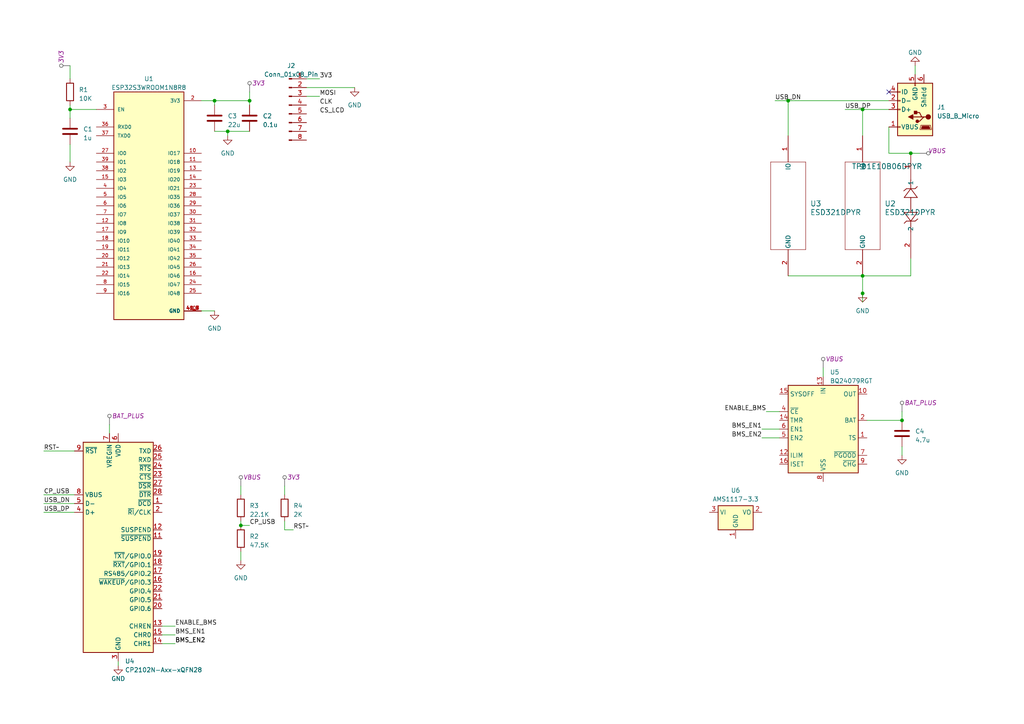
<source format=kicad_sch>
(kicad_sch (version 20230121) (generator eeschema)
  (paper "A4")
  (lib_symbols
    (symbol "2023-07-27_21-37-44:ESD321DPYR" (pin_names (offset 0.254))
      (property "Reference" "U" (at 20.32 10.16 0))
      (property "Value" "ESD321DPYR" (at 20.32 7.62 0))
      (symbol "ESD321DPYR_0_1"
        (polyline (pts (xy 7.62 -5.08) (xy 33.02 -5.08)) (stroke (width 0.127)))
        (polyline (pts (xy 7.62 5.08) (xy 7.62 -5.08)) (stroke (width 0.127)))
        (polyline (pts (xy 33.02 -5.08) (xy 33.02 5.08)) (stroke (width 0.127)))
        (polyline (pts (xy 33.02 5.08) (xy 7.62 5.08)) (stroke (width 0.127)))
        (pin bidirectional line (at 0 0 0) (length 7.62) (name "IO") (number "1"))
        (pin power_in line (at 40.64 0 180) (length 7.62) (name "GND") (number "2"))
      )
    )
    (symbol "2023-07-28_15-11-32:TPD1E10B06DPYR" (pin_names (offset 0.254))
      (property "Reference" "1" (at 3.81 -14.605 90))
      (property "Value" "TPD1E10B06DPYR" (at 3.81 -17.145 90))
      (symbol "TPD1E10B06DPYR_0_1"
        (polyline (pts (xy 7.62 0) (xy 10.287 0)) (stroke (width 0.2032)))
        (polyline (pts (xy 9.652 1.905) (xy 10.287 1.27)) (stroke (width 0.2032)))
        (polyline (pts (xy 10.287 0) (xy 12.827 -1.905)) (stroke (width 0.2032)))
        (polyline (pts (xy 10.287 1.27) (xy 10.287 -1.27)) (stroke (width 0.2032)))
        (polyline (pts (xy 10.922 -2.032) (xy 10.287 -1.27)) (stroke (width 0.2032)))
        (polyline (pts (xy 12.827 -1.905) (xy 12.827 1.905)) (stroke (width 0.2032)))
        (polyline (pts (xy 12.827 1.905) (xy 10.287 0)) (stroke (width 0.2032)))
        (polyline (pts (xy 17.018 0) (xy 12.827 0)) (stroke (width 0.2032)))
        (polyline (pts (xy 17.145 -1.905) (xy 19.685 0)) (stroke (width 0.2032)))
        (polyline (pts (xy 17.145 1.905) (xy 17.145 -1.905)) (stroke (width 0.2032)))
        (polyline (pts (xy 19.05 2.032) (xy 19.685 1.27)) (stroke (width 0.2032)))
        (polyline (pts (xy 19.685 -1.27) (xy 19.685 1.27)) (stroke (width 0.2032)))
        (polyline (pts (xy 19.685 0) (xy 17.145 1.905)) (stroke (width 0.2032)))
        (polyline (pts (xy 19.685 0) (xy 22.86 0)) (stroke (width 0.2032)))
        (polyline (pts (xy 20.32 -1.905) (xy 19.685 -1.27)) (stroke (width 0.2032)))
        (pin unspecified line (at 0 0 0) (length 7.62) (name "1") (number "1"))
        (pin unspecified line (at 30.48 0 180) (length 7.62) (name "2") (number "2"))
      )
    )
    (symbol "Battery_Management:BQ24079RGT"
      (property "Reference" "U" (at -8.89 13.97 0))
      (property "Value" "BQ24079RGT" (at 16.51 13.97 0))
      (symbol "BQ24079RGT_0_1"
        (rectangle (start -10.16 12.7) (end 10.16 -12.7) (stroke (width 0.254)) (fill (type background)))
      )
      (symbol "BQ24079RGT_1_1"
        (pin passive line (at 12.7 -2.54 180) (length 2.54) (name "TS") (number "1"))
        (pin power_out line (at 12.7 10.16 180) (length 2.54) (name "OUT") (number "10"))
        (pin passive line (at 12.7 10.16 180) (length 2.54) hide (name "OUT") (number "11"))
        (pin passive line (at -12.7 -7.62 0) (length 2.54) (name "ILIM") (number "12"))
        (pin power_in line (at 0 15.24 270) (length 2.54) (name "IN") (number "13"))
        (pin input line (at -12.7 2.54 0) (length 2.54) (name "TMR") (number "14"))
        (pin input line (at -12.7 10.16 0) (length 2.54) (name "SYSOFF") (number "15"))
        (pin passive line (at -12.7 -10.16 0) (length 2.54) (name "ISET") (number "16"))
        (pin passive line (at 0 -15.24 90) (length 2.54) hide (name "VSS") (number "17"))
        (pin power_out line (at 12.7 2.54 180) (length 2.54) (name "BAT") (number "2"))
        (pin passive line (at 12.7 2.54 180) (length 2.54) hide (name "BAT") (number "3"))
        (pin input line (at -12.7 5.08 0) (length 2.54) (name "~{CE}") (number "4"))
        (pin input line (at -12.7 -2.54 0) (length 2.54) (name "EN2") (number "5"))
        (pin input line (at -12.7 0 0) (length 2.54) (name "EN1") (number "6"))
        (pin open_collector line (at 12.7 -7.62 180) (length 2.54) (name "~{PGOOD}") (number "7"))
        (pin power_in line (at 0 -15.24 90) (length 2.54) (name "VSS") (number "8"))
        (pin open_collector line (at 12.7 -10.16 180) (length 2.54) (name "~{CHG}") (number "9"))
      )
    )
    (symbol "Connector:Conn_01x08_Pin" (pin_names (offset 1.016) hide)
      (property "Reference" "J" (at 0 10.16 0))
      (property "Value" "Conn_01x08_Pin" (at 0 -12.7 0))
      (symbol "Conn_01x08_Pin_1_1"
        (polyline (pts (xy 1.27 -10.16) (xy 0.8636 -10.16)) (stroke (width 0.1524)))
        (polyline (pts (xy 1.27 -7.62) (xy 0.8636 -7.62)) (stroke (width 0.1524)))
        (polyline (pts (xy 1.27 -5.08) (xy 0.8636 -5.08)) (stroke (width 0.1524)))
        (polyline (pts (xy 1.27 -2.54) (xy 0.8636 -2.54)) (stroke (width 0.1524)))
        (polyline (pts (xy 1.27 0) (xy 0.8636 0)) (stroke (width 0.1524)))
        (polyline (pts (xy 1.27 2.54) (xy 0.8636 2.54)) (stroke (width 0.1524)))
        (polyline (pts (xy 1.27 5.08) (xy 0.8636 5.08)) (stroke (width 0.1524)))
        (polyline (pts (xy 1.27 7.62) (xy 0.8636 7.62)) (stroke (width 0.1524)))
        (rectangle (start 0.8636 -10.033) (end 0 -10.287) (stroke (width 0.1524)) (fill (type outline)))
        (rectangle (start 0.8636 -7.493) (end 0 -7.747) (stroke (width 0.1524)) (fill (type outline)))
        (rectangle (start 0.8636 -4.953) (end 0 -5.207) (stroke (width 0.1524)) (fill (type outline)))
        (rectangle (start 0.8636 -2.413) (end 0 -2.667) (stroke (width 0.1524)) (fill (type outline)))
        (rectangle (start 0.8636 0.127) (end 0 -0.127) (stroke (width 0.1524)) (fill (type outline)))
        (rectangle (start 0.8636 2.667) (end 0 2.413) (stroke (width 0.1524)) (fill (type outline)))
        (rectangle (start 0.8636 5.207) (end 0 4.953) (stroke (width 0.1524)) (fill (type outline)))
        (rectangle (start 0.8636 7.747) (end 0 7.493) (stroke (width 0.1524)) (fill (type outline)))
        (pin passive line (at 5.08 7.62 180) (length 3.81) (name "Pin_1") (number "1"))
        (pin passive line (at 5.08 5.08 180) (length 3.81) (name "Pin_2") (number "2"))
        (pin passive line (at 5.08 2.54 180) (length 3.81) (name "Pin_3") (number "3"))
        (pin passive line (at 5.08 0 180) (length 3.81) (name "Pin_4") (number "4"))
        (pin passive line (at 5.08 -2.54 180) (length 3.81) (name "Pin_5") (number "5"))
        (pin passive line (at 5.08 -5.08 180) (length 3.81) (name "Pin_6") (number "6"))
        (pin passive line (at 5.08 -7.62 180) (length 3.81) (name "Pin_7") (number "7"))
        (pin passive line (at 5.08 -10.16 180) (length 3.81) (name "Pin_8") (number "8"))
      )
    )
    (symbol "Connector:USB_B_Micro" (pin_names (offset 1.016))
      (property "Reference" "J" (at -5.08 11.43 0))
      (property "Value" "USB_B_Micro" (at -5.08 8.89 0))
      (symbol "USB_B_Micro_0_1"
        (rectangle (start -5.08 -7.62) (end 5.08 7.62) (stroke (width 0.254)) (fill (type background)))
        (circle (center -3.81 2.159) (radius 0.635) (stroke (width 0.254)) (fill (type outline)))
        (circle (center -0.635 3.429) (radius 0.381) (stroke (width 0.254)) (fill (type outline)))
        (rectangle (start -0.127 -7.62) (end 0.127 -6.858))
        (polyline (pts (xy -1.905 2.159) (xy 0.635 2.159)) (stroke (width 0.254)))
        (polyline (pts (xy -3.175 2.159) (xy -2.54 2.159) (xy -1.27 3.429) (xy -0.635 3.429)) (stroke (width 0.254)))
        (polyline (pts (xy -2.54 2.159) (xy -1.905 2.159) (xy -1.27 0.889) (xy 0 0.889)) (stroke (width 0.254)))
        (polyline (pts (xy 0.635 2.794) (xy 0.635 1.524) (xy 1.905 2.159) (xy 0.635 2.794)) (stroke (width 0.254)) (fill (type outline)))
        (polyline (pts (xy -4.318 5.588) (xy -1.778 5.588) (xy -2.032 4.826) (xy -4.064 4.826) (xy -4.318 5.588)) (fill (type outline)))
        (polyline (pts (xy -4.699 5.842) (xy -4.699 5.588) (xy -4.445 4.826) (xy -4.445 4.572) (xy -1.651 4.572) (xy -1.651 4.826) (xy -1.397 5.588) (xy -1.397 5.842) (xy -4.699 5.842)))
        (rectangle (start 0.254 1.27) (end -0.508 0.508) (stroke (width 0.254)) (fill (type outline)))
        (rectangle (start 5.08 -5.207) (end 4.318 -4.953))
        (rectangle (start 5.08 -2.667) (end 4.318 -2.413))
        (rectangle (start 5.08 -0.127) (end 4.318 0.127))
        (rectangle (start 5.08 4.953) (end 4.318 5.207))
      )
      (symbol "USB_B_Micro_1_1"
        (pin power_out line (at 7.62 5.08 180) (length 2.54) (name "VBUS") (number "1"))
        (pin bidirectional line (at 7.62 -2.54 180) (length 2.54) (name "D-") (number "2"))
        (pin bidirectional line (at 7.62 0 180) (length 2.54) (name "D+") (number "3"))
        (pin passive line (at 7.62 -5.08 180) (length 2.54) (name "ID") (number "4"))
        (pin power_out line (at 0 -10.16 90) (length 2.54) (name "GND") (number "5"))
        (pin passive line (at -2.54 -10.16 90) (length 2.54) (name "Shield") (number "6"))
      )
    )
    (symbol "Device:C" (pin_numbers hide) (pin_names (offset 0.254))
      (property "Reference" "C" (at 0.635 2.54 0))
      (property "Value" "C" (at 0.635 -2.54 0))
      (symbol "C_0_1"
        (polyline (pts (xy -2.032 -0.762) (xy 2.032 -0.762)) (stroke (width 0.508)))
        (polyline (pts (xy -2.032 0.762) (xy 2.032 0.762)) (stroke (width 0.508)))
      )
      (symbol "C_1_1"
        (pin passive line (at 0 3.81 270) (length 2.794) (name "~") (number "1"))
        (pin passive line (at 0 -3.81 90) (length 2.794) (name "~") (number "2"))
      )
    )
    (symbol "Device:R" (pin_numbers hide) (pin_names (offset 0))
      (property "Reference" "R" (at 2.032 0 90))
      (property "Value" "R" (at 0 0 90))
      (symbol "R_0_1"
        (rectangle (start -1.016 -2.54) (end 1.016 2.54) (stroke (width 0.254)))
      )
      (symbol "R_1_1"
        (pin passive line (at 0 3.81 270) (length 1.27) (name "~") (number "1"))
        (pin passive line (at 0 -3.81 90) (length 1.27) (name "~") (number "2"))
      )
    )
    (symbol "ESP32S3WROOM1N8R8:ESP32S3WROOM1N8R8" (pin_names (offset 1.016))
      (property "Reference" "U" (at -10.16 34.1122 0))
      (property "Value" "ESP32S3WROOM1N8R8" (at -10.16 -35.56 0))
      (symbol "ESP32S3WROOM1N8R8_0_0"
        (rectangle (start -10.16 -33.02) (end 10.16 33.02) (stroke (width 0.254)) (fill (type background)))
        (pin power_in line (at 15.24 -30.48 180) (length 5.08) (name "GND") (number "1"))
        (pin bidirectional line (at 15.24 15.24 180) (length 5.08) (name "IO17") (number "10"))
        (pin bidirectional line (at 15.24 12.7 180) (length 5.08) (name "IO18") (number "11"))
        (pin bidirectional line (at -15.24 -5.08 0) (length 5.08) (name "IO8") (number "12"))
        (pin bidirectional line (at 15.24 10.16 180) (length 5.08) (name "IO19") (number "13"))
        (pin bidirectional line (at 15.24 7.62 180) (length 5.08) (name "IO20") (number "14"))
        (pin bidirectional line (at -15.24 7.62 0) (length 5.08) (name "IO3") (number "15"))
        (pin bidirectional line (at 15.24 -20.32 180) (length 5.08) (name "IO46") (number "16"))
        (pin bidirectional line (at -15.24 -7.62 0) (length 5.08) (name "IO9") (number "17"))
        (pin bidirectional line (at -15.24 -10.16 0) (length 5.08) (name "IO10") (number "18"))
        (pin bidirectional line (at -15.24 -12.7 0) (length 5.08) (name "IO11") (number "19"))
        (pin power_in line (at 15.24 30.48 180) (length 5.08) (name "3V3") (number "2"))
        (pin bidirectional line (at -15.24 -15.24 0) (length 5.08) (name "IO12") (number "20"))
        (pin bidirectional line (at -15.24 -17.78 0) (length 5.08) (name "IO13") (number "21"))
        (pin bidirectional line (at -15.24 -20.32 0) (length 5.08) (name "IO14") (number "22"))
        (pin bidirectional line (at 15.24 5.08 180) (length 5.08) (name "IO21") (number "23"))
        (pin bidirectional line (at 15.24 -22.86 180) (length 5.08) (name "IO47") (number "24"))
        (pin bidirectional line (at 15.24 -25.4 180) (length 5.08) (name "IO48") (number "25"))
        (pin bidirectional line (at 15.24 -17.78 180) (length 5.08) (name "IO45") (number "26"))
        (pin bidirectional line (at -15.24 15.24 0) (length 5.08) (name "IO0") (number "27"))
        (pin bidirectional line (at 15.24 2.54 180) (length 5.08) (name "IO35") (number "28"))
        (pin bidirectional line (at 15.24 0 180) (length 5.08) (name "IO36") (number "29"))
        (pin input line (at -15.24 27.94 0) (length 5.08) (name "EN") (number "3"))
        (pin bidirectional line (at 15.24 -2.54 180) (length 5.08) (name "IO37") (number "30"))
        (pin bidirectional line (at 15.24 -5.08 180) (length 5.08) (name "IO38") (number "31"))
        (pin bidirectional line (at 15.24 -7.62 180) (length 5.08) (name "IO39") (number "32"))
        (pin bidirectional line (at 15.24 -10.16 180) (length 5.08) (name "IO40") (number "33"))
        (pin bidirectional line (at 15.24 -12.7 180) (length 5.08) (name "IO41") (number "34"))
        (pin bidirectional line (at 15.24 -15.24 180) (length 5.08) (name "IO42") (number "35"))
        (pin bidirectional line (at -15.24 22.86 0) (length 5.08) (name "RXD0") (number "36"))
        (pin bidirectional line (at -15.24 20.32 0) (length 5.08) (name "TXD0") (number "37"))
        (pin bidirectional line (at -15.24 10.16 0) (length 5.08) (name "IO2") (number "38"))
        (pin bidirectional line (at -15.24 12.7 0) (length 5.08) (name "IO1") (number "39"))
        (pin bidirectional line (at -15.24 5.08 0) (length 5.08) (name "IO4") (number "4"))
        (pin power_in line (at 15.24 -30.48 180) (length 5.08) (name "GND") (number "40"))
        (pin power_in line (at 15.24 -30.48 180) (length 5.08) (name "GND") (number "41_1"))
        (pin power_in line (at 15.24 -30.48 180) (length 5.08) (name "GND") (number "41_2"))
        (pin power_in line (at 15.24 -30.48 180) (length 5.08) (name "GND") (number "41_3"))
        (pin power_in line (at 15.24 -30.48 180) (length 5.08) (name "GND") (number "41_4"))
        (pin power_in line (at 15.24 -30.48 180) (length 5.08) (name "GND") (number "41_5"))
        (pin power_in line (at 15.24 -30.48 180) (length 5.08) (name "GND") (number "41_6"))
        (pin power_in line (at 15.24 -30.48 180) (length 5.08) (name "GND") (number "41_7"))
        (pin power_in line (at 15.24 -30.48 180) (length 5.08) (name "GND") (number "41_8"))
        (pin power_in line (at 15.24 -30.48 180) (length 5.08) (name "GND") (number "41_9"))
        (pin bidirectional line (at -15.24 2.54 0) (length 5.08) (name "IO5") (number "5"))
        (pin bidirectional line (at -15.24 0 0) (length 5.08) (name "IO6") (number "6"))
        (pin bidirectional line (at -15.24 -2.54 0) (length 5.08) (name "IO7") (number "7"))
        (pin bidirectional line (at -15.24 -22.86 0) (length 5.08) (name "IO15") (number "8"))
        (pin bidirectional line (at -15.24 -25.4 0) (length 5.08) (name "IO16") (number "9"))
      )
    )
    (symbol "Interface_USB:CP2102N-Axx-xQFN28"
      (property "Reference" "U" (at -8.89 31.75 0))
      (property "Value" "CP2102N-Axx-xQFN28" (at 12.7 31.75 0))
      (symbol "CP2102N-Axx-xQFN28_0_1"
        (rectangle (start -10.16 30.48) (end 10.16 -30.48) (stroke (width 0.254)) (fill (type background)))
      )
      (symbol "CP2102N-Axx-xQFN28_1_1"
        (pin input line (at 12.7 12.7 180) (length 2.54) (name "~{DCD}") (number "1"))
        (pin no_connect line (at -10.16 -27.94 0) (length 2.54) hide (name "NC") (number "10"))
        (pin output line (at 12.7 2.54 180) (length 2.54) (name "~{SUSPEND}") (number "11"))
        (pin output line (at 12.7 5.08 180) (length 2.54) (name "SUSPEND") (number "12"))
        (pin output line (at 12.7 -22.86 180) (length 2.54) (name "CHREN") (number "13"))
        (pin output line (at 12.7 -27.94 180) (length 2.54) (name "CHR1") (number "14"))
        (pin output line (at 12.7 -25.4 180) (length 2.54) (name "CHR0") (number "15"))
        (pin bidirectional line (at 12.7 -10.16 180) (length 2.54) (name "~{WAKEUP}/GPIO.3") (number "16"))
        (pin bidirectional line (at 12.7 -7.62 180) (length 2.54) (name "RS485/GPIO.2") (number "17"))
        (pin bidirectional line (at 12.7 -5.08 180) (length 2.54) (name "~{RXT}/GPIO.1") (number "18"))
        (pin bidirectional line (at 12.7 -2.54 180) (length 2.54) (name "~{TXT}/GPIO.0") (number "19"))
        (pin bidirectional line (at 12.7 10.16 180) (length 2.54) (name "~{RI}/CLK") (number "2"))
        (pin bidirectional line (at 12.7 -17.78 180) (length 2.54) (name "GPIO.6") (number "20"))
        (pin bidirectional line (at 12.7 -15.24 180) (length 2.54) (name "GPIO.5") (number "21"))
        (pin bidirectional line (at 12.7 -12.7 180) (length 2.54) (name "GPIO.4") (number "22"))
        (pin input line (at 12.7 20.32 180) (length 2.54) (name "~{CTS}") (number "23"))
        (pin output line (at 12.7 22.86 180) (length 2.54) (name "~{RTS}") (number "24"))
        (pin input line (at 12.7 25.4 180) (length 2.54) (name "RXD") (number "25"))
        (pin output line (at 12.7 27.94 180) (length 2.54) (name "TXD") (number "26"))
        (pin input line (at 12.7 17.78 180) (length 2.54) (name "~{DSR}") (number "27"))
        (pin output line (at 12.7 15.24 180) (length 2.54) (name "~{DTR}") (number "28"))
        (pin passive line (at 0 -33.02 90) (length 2.54) hide (name "GND") (number "29"))
        (pin power_in line (at 0 -33.02 90) (length 2.54) (name "GND") (number "3"))
        (pin bidirectional line (at -12.7 10.16 0) (length 2.54) (name "D+") (number "4"))
        (pin bidirectional line (at -12.7 12.7 0) (length 2.54) (name "D-") (number "5"))
        (pin power_in line (at 0 33.02 270) (length 2.54) (name "VDD") (number "6"))
        (pin power_in line (at -2.54 33.02 270) (length 2.54) (name "VREGIN") (number "7"))
        (pin input line (at -12.7 15.24 0) (length 2.54) (name "VBUS") (number "8"))
        (pin input line (at -12.7 27.94 0) (length 2.54) (name "~{RST}") (number "9"))
      )
    )
    (symbol "Regulator_Linear:AMS1117-3.3"
      (property "Reference" "U" (at -3.81 3.175 0))
      (property "Value" "AMS1117-3.3" (at 0 3.175 0))
      (symbol "AMS1117-3.3_0_1"
        (rectangle (start -5.08 -5.08) (end 5.08 1.905) (stroke (width 0.254)) (fill (type background)))
      )
      (symbol "AMS1117-3.3_1_1"
        (pin power_in line (at 0 -7.62 90) (length 2.54) (name "GND") (number "1"))
        (pin power_out line (at 7.62 0 180) (length 2.54) (name "VO") (number "2"))
        (pin power_in line (at -7.62 0 0) (length 2.54) (name "VI") (number "3"))
      )
    )
    (symbol "power:GND" (power) (pin_names (offset 0))
      (property "Value" "GND" (at 0 -3.81 0))
      (symbol "GND_0_1"
        (polyline (pts (xy 0 0) (xy 0 -1.27) (xy 1.27 -1.27) (xy 0 -2.54) (xy -1.27 -1.27) (xy 0 -1.27)))
      )
      (symbol "GND_1_1"
        (pin power_in line (at 0 0 270) (length 0) hide (name "GND") (number "1"))
      )
    )
  )
  (junction (at 250.19 31.75))
  (junction (at 20.32 31.75))
  (junction (at 250.19 85.09))
  (junction (at 264.16 44.45))
  (junction (at 62.23 29.21))
  (junction (at 250.19 80.01))
  (junction (at 261.62 121.92))
  (junction (at 69.85 152.4))
  (junction (at 72.39 29.21))
  (junction (at 228.6 29.21))
  (junction (at 66.04 38.1))
  (no_connect (at 257.81 26.67))
  (wire (pts (xy 264.16 74.93) (xy 264.16 80.01)))
  (wire (pts (xy 88.9 25.4) (xy 102.87 25.4)))
  (wire (pts (xy 12.7 146.05) (xy 21.59 146.05)))
  (wire (pts (xy 58.42 90.17) (xy 62.23 90.17)))
  (wire (pts (xy 257.81 31.75) (xy 250.19 31.75)))
  (wire (pts (xy 69.85 140.97) (xy 69.85 143.51)))
  (wire (pts (xy 88.9 27.94) (xy 92.71 27.94)))
  (wire (pts (xy 257.81 29.21) (xy 228.6 29.21)))
  (wire (pts (xy 69.85 160.02) (xy 69.85 162.56)))
  (wire (pts (xy 220.98 127) (xy 226.06 127)))
  (wire (pts (xy 257.81 36.83) (xy 257.81 44.45)))
  (wire (pts (xy 62.23 38.1) (xy 66.04 38.1)))
  (wire (pts (xy 228.6 80.01) (xy 250.19 80.01)))
  (wire (pts (xy 82.55 153.67) (xy 85.09 153.67)))
  (wire (pts (xy 250.19 85.09) (xy 250.19 87.63)))
  (wire (pts (xy 20.32 41.91) (xy 20.32 46.99)))
  (wire (pts (xy 20.32 31.75) (xy 20.32 34.29)))
  (wire (pts (xy 264.16 44.45) (xy 266.7 44.45)))
  (wire (pts (xy 72.39 29.21) (xy 62.23 29.21)))
  (wire (pts (xy 261.62 129.54) (xy 261.62 132.08)))
  (wire (pts (xy 69.85 152.4) (xy 72.39 152.4)))
  (wire (pts (xy 62.23 29.21) (xy 62.23 30.48)))
  (wire (pts (xy 82.55 140.97) (xy 82.55 143.51)))
  (wire (pts (xy 220.98 124.46) (xy 226.06 124.46)))
  (wire (pts (xy 12.7 143.51) (xy 21.59 143.51)))
  (wire (pts (xy 250.19 31.75) (xy 250.19 39.37)))
  (wire (pts (xy 46.99 184.15) (xy 50.8 184.15)))
  (wire (pts (xy 257.81 44.45) (xy 264.16 44.45)))
  (wire (pts (xy 88.9 22.86) (xy 92.71 22.86)))
  (wire (pts (xy 46.99 181.61) (xy 50.8 181.61)))
  (wire (pts (xy 265.43 19.05) (xy 265.43 21.59)))
  (wire (pts (xy 245.11 31.75) (xy 250.19 31.75)))
  (wire (pts (xy 12.7 130.81) (xy 21.59 130.81)))
  (wire (pts (xy 66.04 38.1) (xy 72.39 38.1)))
  (wire (pts (xy 228.6 29.21) (xy 228.6 39.37)))
  (wire (pts (xy 62.23 29.21) (xy 58.42 29.21)))
  (wire (pts (xy 46.99 186.69) (xy 50.8 186.69)))
  (wire (pts (xy 12.7 148.59) (xy 21.59 148.59)))
  (wire (pts (xy 82.55 151.13) (xy 82.55 153.67)))
  (wire (pts (xy 34.29 191.77) (xy 34.29 193.04)))
  (wire (pts (xy 66.04 38.1) (xy 66.04 39.37)))
  (wire (pts (xy 224.79 29.21) (xy 228.6 29.21)))
  (wire (pts (xy 69.85 151.13) (xy 69.85 152.4)))
  (wire (pts (xy 20.32 31.75) (xy 27.94 31.75)))
  (wire (pts (xy 251.46 121.92) (xy 261.62 121.92)))
  (wire (pts (xy 264.16 80.01) (xy 250.19 80.01)))
  (wire (pts (xy 31.75 123.19) (xy 31.75 125.73)))
  (wire (pts (xy 261.62 119.38) (xy 261.62 121.92)))
  (wire (pts (xy 72.39 26.67) (xy 72.39 29.21)))
  (wire (pts (xy 222.25 119.38) (xy 226.06 119.38)))
  (wire (pts (xy 20.32 30.48) (xy 20.32 31.75)))
  (wire (pts (xy 250.19 80.01) (xy 250.19 85.09)))
  (wire (pts (xy 238.76 106.68) (xy 238.76 109.22)))
  (wire (pts (xy 20.32 19.05) (xy 20.32 22.86)))
  (wire (pts (xy 72.39 30.48) (xy 72.39 29.21)))
  (label "BMS_EN1" (at 50.8 184.15 0))
  (label "USB_DN" (at 224.79 29.21 0))
  (label "BMS_EN1" (at 220.98 124.46 180))
  (label "CP_USB" (at 12.7 143.51 0))
  (label "RST~" (at 85.09 153.67 0))
  (label "MOSI" (at 92.71 27.94 0))
  (label "USB_DP" (at 12.7 148.59 0))
  (label "BMS_EN2" (at 50.8 186.69 0))
  (label "USB_DP" (at 245.11 31.75 0))
  (label "3V3" (at 92.71 22.86 0))
  (label "BMS_EN2" (at 220.98 127 180))
  (label "CLK" (at 92.71 30.48 0))
  (label "BMS_EN2" (at 50.8 186.69 0))
  (label "CP_USB" (at 72.39 152.4 0))
  (label "USB_DN" (at 12.7 146.05 0))
  (label "CS_LCD" (at 92.71 33.02 0))
  (label "ENABLE_BMS" (at 222.25 119.38 180))
  (label "RST~" (at 12.7 130.81 0))
  (label "ENABLE_BMS" (at 50.8 181.61 0))
  (netclass_flag "" (length 2.54) (shape round) (at 72.39 26.67 0) (property "Netclass" "3V3" (at 73.0885 24.13 0) (effects (font italic) (justify left))))
  (netclass_flag "" (length 2.54) (shape round) (at 238.76 106.68 0) (property "Netclass" "VBUS" (at 239.4585 104.14 0) (effects (font italic) (justify left))))
  (netclass_flag "" (length 2.54) (shape round) (at 31.75 123.19 0) (property "Netclass" "BAT_PLUS" (at 32.4485 120.65 0) (effects (font italic) (justify left))))
  (netclass_flag "" (length 2.54) (shape round) (at 69.85 140.97 0) (property "Netclass" "VBUS" (at 70.5485 138.43 0) (effects (font italic) (justify left))))
  (netclass_flag "" (length 2.54) (shape round) (at 266.7 44.45 270) (property "Netclass" "VBUS" (at 269.24 43.7515 0) (effects (font italic) (justify left))))
  (netclass_flag "" (length 2.54) (shape round) (at 20.32 19.05 90) (property "Netclass" "3V3" (at 17.78 18.3515 90) (effects (font italic) (justify left))))
  (netclass_flag "" (length 2.54) (shape round) (at 261.62 119.38 0) (property "Netclass" "BAT_PLUS" (at 262.3185 116.84 0) (effects (font italic) (justify left))))
  (netclass_flag "" (length 2.54) (shape round) (at 82.55 140.97 0) (property "Netclass" "3V3" (at 83.2485 138.43 0) (effects (font italic) (justify left))))
  (symbol (lib_id "Device:R") (at 82.55 147.32 0) (unit 1)
    (property "Reference" "R4" (at 85.09 146.685 0) (effects (justify left)))
    (property "Value" "2K" (at 85.09 149.225 0) (effects (justify left)))
  )
  (symbol (lib_id "2023-07-27_21-37-44:ESD321DPYR") (at 228.6 39.37 270) (unit 1)
    (property "Reference" "U3" (at 234.95 59.055 90) (effects (font (size 1.524 1.524)) (justify left)))
    (property "Value" "ESD321DPYR" (at 234.95 61.595 90) (effects (font (size 1.524 1.524)) (justify left)))
    (property "Footprint" "DPY2_TEX" (effects hide))
    (property "Datasheet" "ESD321DPYR" (effects hide))
  )
  (symbol (lib_id "power:GND") (at 261.62 132.08 0) (unit 1)
    (property "Reference" "#PWR06" (effects hide))
    (property "Value" "GND" (at 261.62 137.16 0))
  )
  (symbol (lib_id "Connector:Conn_01x08_Pin") (at 83.82 30.48 0) (unit 1)
    (property "Reference" "J2" (at 84.455 19.05 0))
    (property "Value" "Conn_01x08_Pin" (at 84.455 21.59 0))
  )
  (symbol (lib_id "Device:R") (at 69.85 156.21 0) (unit 1)
    (property "Reference" "R2" (at 72.39 155.575 0) (effects (justify left)))
    (property "Value" "47.5K" (at 72.39 158.115 0) (effects (justify left)))
  )
  (symbol (lib_id "power:GND") (at 102.87 25.4 0) (unit 1)
    (property "Reference" "#PWR09" (effects hide))
    (property "Value" "GND" (at 102.87 30.48 0))
  )
  (symbol (lib_id "power:GND") (at 20.32 46.99 0) (unit 1)
    (property "Reference" "#PWR01" (effects hide))
    (property "Value" "GND" (at 20.32 52.07 0))
  )
  (symbol (lib_id "2023-07-27_21-37-44:ESD321DPYR") (at 250.19 39.37 270) (unit 1)
    (property "Reference" "U2" (at 256.54 59.055 90) (effects (font (size 1.524 1.524)) (justify left)))
    (property "Value" "ESD321DPYR" (at 256.54 61.595 90) (effects (font (size 1.524 1.524)) (justify left)))
    (property "Footprint" "DPY2_TEX" (effects hide))
    (property "Datasheet" "ESD321DPYR" (effects hide))
  )
  (symbol (lib_id "Interface_USB:CP2102N-Axx-xQFN28") (at 34.29 158.75 0) (unit 1)
    (property "Reference" "U4" (at 36.2459 191.77 0) (effects (justify left)))
    (property "Value" "CP2102N-Axx-xQFN28" (at 36.2459 194.31 0) (effects (justify left)))
    (property "Footprint" "Package_DFN_QFN:QFN-28-1EP_5x5mm_P0.5mm_EP3.35x3.35mm" (effects hide))
    (property "Datasheet" "https://www.silabs.com/documents/public/data-sheets/cp2102n-datasheet.pdf" (effects hide))
  )
  (symbol (lib_id "Battery_Management:BQ24079RGT") (at 238.76 124.46 0) (unit 1)
    (property "Reference" "U5" (at 240.7159 107.95 0) (effects (justify left)))
    (property "Value" "BQ24079RGT" (at 240.7159 110.49 0) (effects (justify left)))
    (property "Footprint" "Package_DFN_QFN:VQFN-16-1EP_3x3mm_P0.5mm_EP1.6x1.6mm" (effects hide))
    (property "Datasheet" "http://www.ti.com/lit/ds/symlink/bq24079.pdf" (effects hide))
  )
  (symbol (lib_id "power:GND") (at 34.29 193.04 0) (unit 1)
    (property "Reference" "#PWR04" (effects hide))
    (property "Value" "GND" (at 34.29 196.85 0))
  )
  (symbol (lib_id "Connector:USB_B_Micro") (at 265.43 31.75 180) (unit 1)
    (property "Reference" "J1" (at 271.78 31.115 0) (effects (justify right)))
    (property "Value" "USB_B_Micro" (at 271.78 33.655 0) (effects (justify right)))
  )
  (symbol (lib_id "Device:C") (at 62.23 34.29 0) (unit 1)
    (property "Reference" "C3" (at 66.04 33.655 0) (effects (justify left)))
    (property "Value" "22u" (at 66.04 36.195 0) (effects (justify left)))
  )
  (symbol (lib_id "power:GND") (at 66.04 39.37 0) (unit 1)
    (property "Reference" "#PWR02" (effects hide))
    (property "Value" "GND" (at 66.04 44.45 0))
  )
  (symbol (lib_id "power:GND") (at 250.19 85.09 0) (unit 1)
    (property "Reference" "#PWR08" (effects hide))
    (property "Value" "GND" (at 250.19 90.17 0))
  )
  (symbol (lib_id "2023-07-28_15-11-32:TPD1E10B06DPYR") (at 264.16 44.45 270) (unit 1)
    (property "Reference" "1" (at 249.555 48.26 90) (effects (font (size 1.524 1.524)) (justify left)))
    (property "Value" "TPD1E10B06DPYR" (at 247.015 48.26 90) (effects (font (size 1.524 1.524)) (justify left)))
    (property "Datasheet" "TPD1E10B06DPYR" (effects hide))
  )
  (symbol (lib_id "Device:C") (at 261.62 125.73 0) (unit 1)
    (property "Reference" "C4" (at 265.43 125.095 0) (effects (justify left)))
    (property "Value" "4.7u" (at 265.43 127.635 0) (effects (justify left)))
  )
  (symbol (lib_id "Device:R") (at 20.32 26.67 0) (unit 1)
    (property "Reference" "R1" (at 22.86 26.035 0) (effects (justify left)))
    (property "Value" "10K" (at 22.86 28.575 0) (effects (justify left)))
  )
  (symbol (lib_id "Device:R") (at 69.85 147.32 0) (unit 1)
    (property "Reference" "R3" (at 72.39 146.685 0) (effects (justify left)))
    (property "Value" "22.1K" (at 72.39 149.225 0) (effects (justify left)))
  )
  (symbol (lib_id "power:GND") (at 62.23 90.17 0) (unit 1)
    (property "Reference" "#PWR03" (effects hide))
    (property "Value" "GND" (at 62.23 95.25 0))
  )
  (symbol (lib_id "power:GND") (at 265.43 19.05 180) (unit 1)
    (property "Reference" "#PWR07" (effects hide))
    (property "Value" "GND" (at 265.43 15.24 0))
  )
  (symbol (lib_id "power:GND") (at 69.85 162.56 0) (unit 1)
    (property "Reference" "#PWR05" (effects hide))
    (property "Value" "GND" (at 69.85 167.64 0))
  )
  (symbol (lib_id "Device:C") (at 20.32 38.1 0) (unit 1)
    (property "Reference" "C1" (at 24.13 37.465 0) (effects (justify left)))
    (property "Value" "1u" (at 24.13 40.005 0) (effects (justify left)))
  )
  (symbol (lib_id "Regulator_Linear:AMS1117-3.3") (at 213.36 148.59 0) (unit 1)
    (property "Reference" "U6" (at 213.36 142.24 0))
    (property "Value" "AMS1117-3.3" (at 213.36 144.78 0))
    (property "Footprint" "Package_TO_SOT_SMD:SOT-223-3_TabPin2" (effects hide))
    (property "Datasheet" "http://www.advanced-monolithic.com/pdf/ds1117.pdf" (effects hide))
  )
  (symbol (lib_id "ESP32S3WROOM1N8R8:ESP32S3WROOM1N8R8") (at 43.18 59.69 0) (unit 1)
    (property "Reference" "U1" (at 43.18 22.86 0))
    (property "Value" "ESP32S3WROOM1N8R8" (at 43.18 25.4 0))
    (property "Footprint" "XCVR_ESP32S3WROOM1N8R8" (effects hide))
    (property "PARTREV" "v1.0" (effects hide))
    (property "MANUFACTURER" "Espressif" (effects hide))
    (property "MAXIMUM_PACKAGE_HEIGHT" "3.25mm" (effects hide))
    (property "STANDARD" "Manufacturer Recommendations" (effects hide))
  )
  (symbol (lib_id "Device:C") (at 72.39 34.29 0) (unit 1)
    (property "Reference" "C2" (at 76.2 33.655 0) (effects (justify left)))
    (property "Value" "0.1u" (at 76.2 36.195 0) (effects (justify left)))
  )
)
</source>
